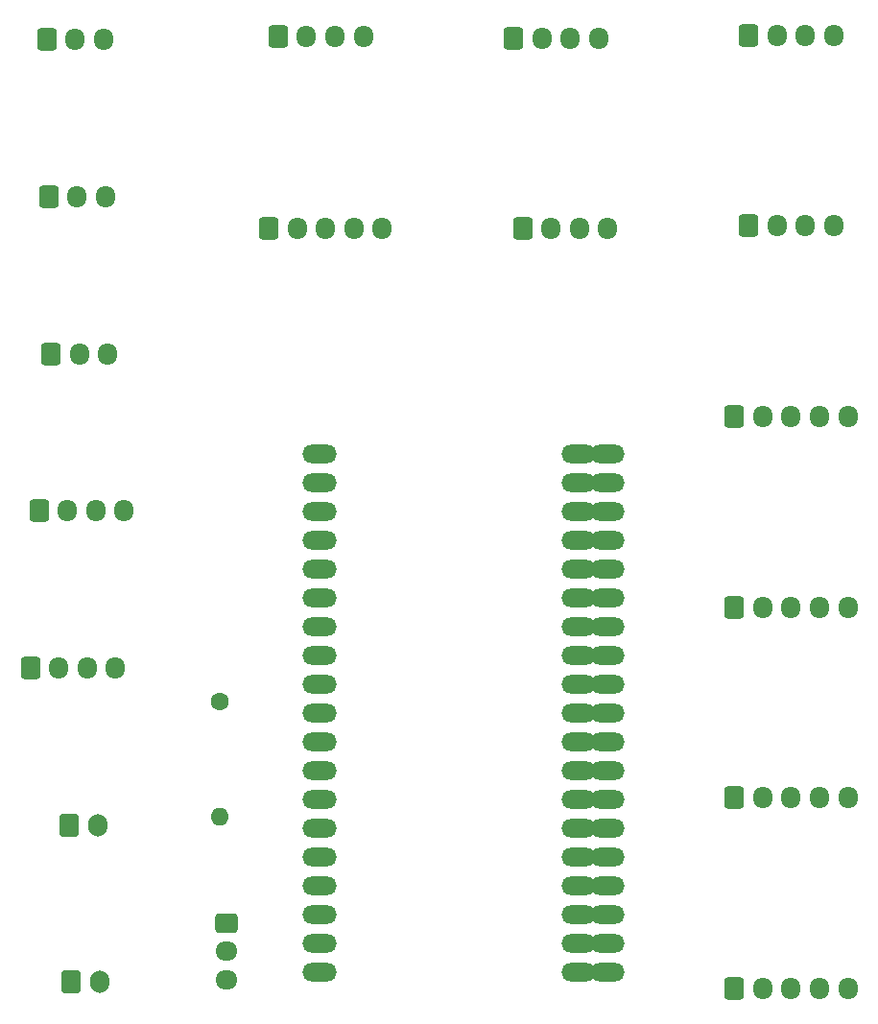
<source format=gbr>
%TF.GenerationSoftware,KiCad,Pcbnew,8.0.5*%
%TF.CreationDate,2025-04-21T16:13:32+05:30*%
%TF.ProjectId,arc,6172632e-6b69-4636-9164-5f7063625858,rev?*%
%TF.SameCoordinates,Original*%
%TF.FileFunction,Soldermask,Bot*%
%TF.FilePolarity,Negative*%
%FSLAX46Y46*%
G04 Gerber Fmt 4.6, Leading zero omitted, Abs format (unit mm)*
G04 Created by KiCad (PCBNEW 8.0.5) date 2025-04-21 16:13:32*
%MOMM*%
%LPD*%
G01*
G04 APERTURE LIST*
G04 Aperture macros list*
%AMRoundRect*
0 Rectangle with rounded corners*
0 $1 Rounding radius*
0 $2 $3 $4 $5 $6 $7 $8 $9 X,Y pos of 4 corners*
0 Add a 4 corners polygon primitive as box body*
4,1,4,$2,$3,$4,$5,$6,$7,$8,$9,$2,$3,0*
0 Add four circle primitives for the rounded corners*
1,1,$1+$1,$2,$3*
1,1,$1+$1,$4,$5*
1,1,$1+$1,$6,$7*
1,1,$1+$1,$8,$9*
0 Add four rect primitives between the rounded corners*
20,1,$1+$1,$2,$3,$4,$5,0*
20,1,$1+$1,$4,$5,$6,$7,0*
20,1,$1+$1,$6,$7,$8,$9,0*
20,1,$1+$1,$8,$9,$2,$3,0*%
G04 Aperture macros list end*
%ADD10RoundRect,0.250000X-0.600000X-0.725000X0.600000X-0.725000X0.600000X0.725000X-0.600000X0.725000X0*%
%ADD11O,1.700000X1.950000*%
%ADD12RoundRect,0.250000X-0.600000X-0.750000X0.600000X-0.750000X0.600000X0.750000X-0.600000X0.750000X0*%
%ADD13O,1.700000X2.000000*%
%ADD14O,3.048800X1.626400*%
%ADD15C,1.600000*%
%ADD16O,1.600000X1.600000*%
%ADD17RoundRect,0.250000X-0.725000X0.600000X-0.725000X-0.600000X0.725000X-0.600000X0.725000X0.600000X0*%
%ADD18O,1.950000X1.700000*%
G04 APERTURE END LIST*
D10*
%TO.C,J3*%
X136353083Y-41383333D03*
D11*
X138853083Y-41383333D03*
X141353083Y-41383333D03*
X143853083Y-41383333D03*
%TD*%
D12*
%TO.C,J6*%
X118099998Y-124787500D03*
D13*
X120599998Y-124787500D03*
%TD*%
D10*
%TO.C,J5*%
X177859250Y-58070000D03*
D11*
X180359250Y-58070000D03*
X182859250Y-58070000D03*
X185359250Y-58070000D03*
%TD*%
D10*
%TO.C,J10*%
X177859250Y-41250000D03*
D11*
X180359250Y-41250000D03*
X182859250Y-41250000D03*
X185359250Y-41250000D03*
%TD*%
D10*
%TO.C,J15*%
X116116666Y-55506249D03*
D11*
X118616666Y-55506249D03*
X121116666Y-55506249D03*
%TD*%
D10*
%TO.C,J2*%
X176609250Y-108530000D03*
D11*
X179109250Y-108530000D03*
X181609250Y-108530000D03*
X184109250Y-108530000D03*
X186609250Y-108530000D03*
%TD*%
D14*
%TO.C,U1*%
X140020000Y-78160000D03*
X140020000Y-80700000D03*
X140020000Y-111180000D03*
X162880000Y-78160000D03*
X165420000Y-78160000D03*
X162880000Y-93400000D03*
X165420000Y-93400000D03*
X162880000Y-111180000D03*
X165420000Y-111180000D03*
X162880000Y-113720000D03*
X165420000Y-113720000D03*
X162880000Y-108640000D03*
X165420000Y-108640000D03*
X162880000Y-101020000D03*
X165420000Y-101020000D03*
X162880000Y-123880000D03*
X165420000Y-123880000D03*
X162880000Y-121340000D03*
X165420000Y-121340000D03*
X162880000Y-118800000D03*
X165420000Y-118800000D03*
X140020000Y-116260000D03*
X140020000Y-118800000D03*
X140020000Y-121340000D03*
X140020000Y-108640000D03*
X140020000Y-113720000D03*
X140020000Y-106100000D03*
X162880000Y-116260000D03*
X165420000Y-116260000D03*
X162880000Y-106100000D03*
X165420000Y-106100000D03*
X162880000Y-103560000D03*
X165420000Y-103560000D03*
X162880000Y-98480000D03*
X165420000Y-98480000D03*
X162880000Y-95940000D03*
X165420000Y-95940000D03*
X162880000Y-90860000D03*
X165420000Y-90860000D03*
X162880000Y-83240000D03*
X165420000Y-83240000D03*
X162880000Y-80700000D03*
X165420000Y-80700000D03*
X140020000Y-98480000D03*
X140020000Y-101020000D03*
X140020000Y-103560000D03*
X140020000Y-93400000D03*
X140020000Y-95940000D03*
X140020000Y-88320000D03*
X140020000Y-90860000D03*
X140020000Y-83240000D03*
X140020000Y-85780000D03*
X162880000Y-88320000D03*
X165420000Y-88320000D03*
X162880000Y-85780000D03*
X165420000Y-85780000D03*
X140020000Y-123880000D03*
%TD*%
D10*
%TO.C,J14*%
X157106166Y-41516666D03*
D11*
X159606166Y-41516666D03*
X162106166Y-41516666D03*
X164606166Y-41516666D03*
%TD*%
D10*
%TO.C,J0*%
X176609250Y-74890000D03*
D11*
X179109250Y-74890000D03*
X181609250Y-74890000D03*
X184109250Y-74890000D03*
X186609250Y-74890000D03*
%TD*%
D15*
%TO.C,R1*%
X131200000Y-100020000D03*
D16*
X131200000Y-110180000D03*
%TD*%
D10*
%TO.C,J16*%
X116299999Y-69362499D03*
D11*
X118799999Y-69362499D03*
X121299999Y-69362499D03*
%TD*%
D10*
%TO.C,J1*%
X176609250Y-91710000D03*
D11*
X179109250Y-91710000D03*
X181609250Y-91710000D03*
X184109250Y-91710000D03*
X186609250Y-91710000D03*
%TD*%
D10*
%TO.C,J17*%
X176609250Y-125350000D03*
D11*
X179109250Y-125350000D03*
X181609250Y-125350000D03*
X184109250Y-125350000D03*
X186609250Y-125350000D03*
%TD*%
D10*
%TO.C,J12*%
X157939500Y-58250000D03*
D11*
X160439500Y-58250000D03*
X162939500Y-58250000D03*
X165439500Y-58250000D03*
%TD*%
D10*
%TO.C,J9*%
X114500000Y-97074999D03*
D11*
X117000000Y-97074999D03*
X119500000Y-97074999D03*
X122000000Y-97074999D03*
%TD*%
D10*
%TO.C,J8*%
X135519750Y-58250000D03*
D11*
X138019750Y-58250000D03*
X140519750Y-58250000D03*
X143019750Y-58250000D03*
X145519750Y-58250000D03*
%TD*%
D10*
%TO.C,J11*%
X115233332Y-83218749D03*
D11*
X117733332Y-83218749D03*
X120233332Y-83218749D03*
X122733332Y-83218749D03*
%TD*%
D12*
%TO.C,J7*%
X117916665Y-110931249D03*
D13*
X120416665Y-110931249D03*
%TD*%
D17*
%TO.C,J4*%
X131750000Y-119570000D03*
D18*
X131750000Y-122070000D03*
X131750000Y-124570000D03*
%TD*%
D10*
%TO.C,J13*%
X115933333Y-41649999D03*
D11*
X118433333Y-41649999D03*
X120933333Y-41649999D03*
%TD*%
M02*

</source>
